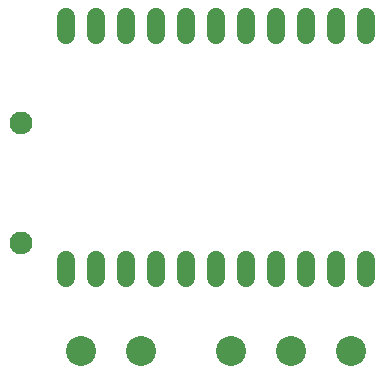
<source format=gbr>
G04 EAGLE Gerber RS-274X export*
G75*
%MOMM*%
%FSLAX34Y34*%
%LPD*%
%INTop Copper*%
%IPPOS*%
%AMOC8*
5,1,8,0,0,1.08239X$1,22.5*%
G01*
G04 Define Apertures*
%ADD10C,1.524000*%
%ADD11C,2.540000*%
%ADD12C,1.930400*%
D10*
X76200Y100330D02*
X76200Y115570D01*
X101600Y115570D02*
X101600Y100330D01*
X127000Y100330D02*
X127000Y115570D01*
X152400Y115570D02*
X152400Y100330D01*
X177800Y100330D02*
X177800Y115570D01*
X203200Y115570D02*
X203200Y100330D01*
X228600Y100330D02*
X228600Y115570D01*
X254000Y115570D02*
X254000Y100330D01*
X279400Y100330D02*
X279400Y115570D01*
X304800Y115570D02*
X304800Y100330D01*
X330200Y100330D02*
X330200Y115570D01*
X76200Y305440D02*
X76200Y320680D01*
X101600Y320680D02*
X101600Y305440D01*
X127000Y305440D02*
X127000Y320680D01*
X152400Y320680D02*
X152400Y305440D01*
X177800Y305440D02*
X177800Y320680D01*
X203200Y320680D02*
X203200Y305440D01*
X228600Y305440D02*
X228600Y320680D01*
X254000Y320680D02*
X254000Y305440D01*
X279400Y305440D02*
X279400Y320680D01*
X304800Y320680D02*
X304800Y305440D01*
X330200Y305440D02*
X330200Y320680D01*
D11*
X317500Y38100D03*
X266700Y38100D03*
X215900Y38100D03*
X88900Y38100D03*
X139700Y38100D03*
D12*
X37338Y129288D03*
X37338Y230888D03*
M02*

</source>
